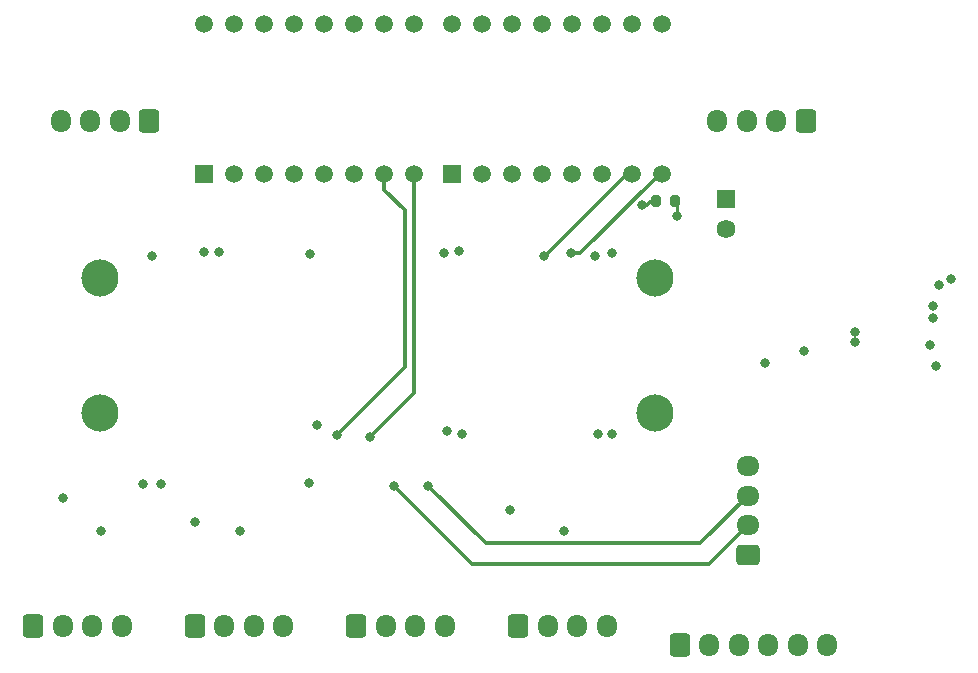
<source format=gbr>
%TF.GenerationSoftware,KiCad,Pcbnew,7.0.8*%
%TF.CreationDate,2024-06-04T12:59:23+12:00*%
%TF.ProjectId,FYP_P2_1,4659505f-5032-45f3-912e-6b696361645f,rev?*%
%TF.SameCoordinates,Original*%
%TF.FileFunction,Copper,L4,Bot*%
%TF.FilePolarity,Positive*%
%FSLAX46Y46*%
G04 Gerber Fmt 4.6, Leading zero omitted, Abs format (unit mm)*
G04 Created by KiCad (PCBNEW 7.0.8) date 2024-06-04 12:59:23*
%MOMM*%
%LPD*%
G01*
G04 APERTURE LIST*
G04 Aperture macros list*
%AMRoundRect*
0 Rectangle with rounded corners*
0 $1 Rounding radius*
0 $2 $3 $4 $5 $6 $7 $8 $9 X,Y pos of 4 corners*
0 Add a 4 corners polygon primitive as box body*
4,1,4,$2,$3,$4,$5,$6,$7,$8,$9,$2,$3,0*
0 Add four circle primitives for the rounded corners*
1,1,$1+$1,$2,$3*
1,1,$1+$1,$4,$5*
1,1,$1+$1,$6,$7*
1,1,$1+$1,$8,$9*
0 Add four rect primitives between the rounded corners*
20,1,$1+$1,$2,$3,$4,$5,0*
20,1,$1+$1,$4,$5,$6,$7,0*
20,1,$1+$1,$6,$7,$8,$9,0*
20,1,$1+$1,$8,$9,$2,$3,0*%
G04 Aperture macros list end*
%TA.AperFunction,ComponentPad*%
%ADD10RoundRect,0.250000X-0.600000X-0.725000X0.600000X-0.725000X0.600000X0.725000X-0.600000X0.725000X0*%
%TD*%
%TA.AperFunction,ComponentPad*%
%ADD11O,1.700000X1.950000*%
%TD*%
%TA.AperFunction,ComponentPad*%
%ADD12C,3.150000*%
%TD*%
%TA.AperFunction,ComponentPad*%
%ADD13R,1.590000X1.590000*%
%TD*%
%TA.AperFunction,ComponentPad*%
%ADD14C,1.590000*%
%TD*%
%TA.AperFunction,ComponentPad*%
%ADD15R,1.508000X1.508000*%
%TD*%
%TA.AperFunction,ComponentPad*%
%ADD16C,1.508000*%
%TD*%
%TA.AperFunction,ComponentPad*%
%ADD17RoundRect,0.250000X0.725000X-0.600000X0.725000X0.600000X-0.725000X0.600000X-0.725000X-0.600000X0*%
%TD*%
%TA.AperFunction,ComponentPad*%
%ADD18O,1.950000X1.700000*%
%TD*%
%TA.AperFunction,ComponentPad*%
%ADD19RoundRect,0.250000X0.600000X0.725000X-0.600000X0.725000X-0.600000X-0.725000X0.600000X-0.725000X0*%
%TD*%
%TA.AperFunction,SMDPad,CuDef*%
%ADD20RoundRect,0.200000X-0.200000X-0.275000X0.200000X-0.275000X0.200000X0.275000X-0.200000X0.275000X0*%
%TD*%
%TA.AperFunction,ViaPad*%
%ADD21C,0.800000*%
%TD*%
%TA.AperFunction,Conductor*%
%ADD22C,0.300000*%
%TD*%
%TA.AperFunction,Conductor*%
%ADD23C,0.250000*%
%TD*%
G04 APERTURE END LIST*
D10*
%TO.P,J6,1,Pin_1*%
%TO.N,+3V3*%
X121980000Y-105552000D03*
D11*
%TO.P,J6,2,Pin_2*%
%TO.N,SDA*%
X124480000Y-105552000D03*
%TO.P,J6,3,Pin_3*%
%TO.N,SCL*%
X126980000Y-105552000D03*
%TO.P,J6,4,Pin_4*%
%TO.N,GND*%
X129480000Y-105552000D03*
%TD*%
D10*
%TO.P,J2,1,Pin_1*%
%TO.N,+5V*%
X163012500Y-105570000D03*
D11*
%TO.P,J2,2,Pin_2*%
%TO.N,ENCODER_1A*%
X165512500Y-105570000D03*
%TO.P,J2,3,Pin_3*%
%TO.N,ENCODER_1B*%
X168012500Y-105570000D03*
%TO.P,J2,4,Pin_4*%
%TO.N,GND*%
X170512500Y-105570000D03*
%TD*%
D10*
%TO.P,J1,1,Pin_1*%
%TO.N,+3V3*%
X149335000Y-105516000D03*
D11*
%TO.P,J1,2,Pin_2*%
%TO.N,ENCODER_2A*%
X151835000Y-105516000D03*
%TO.P,J1,3,Pin_3*%
%TO.N,ENCODER_2B*%
X154335000Y-105516000D03*
%TO.P,J1,4,Pin_4*%
%TO.N,GND*%
X156835000Y-105516000D03*
%TD*%
D12*
%TO.P,U1,MH1*%
%TO.N,N/C*%
X127600000Y-87488000D03*
%TO.P,U1,MH2*%
X127600000Y-76088000D03*
%TO.P,U1,MH3*%
X174600000Y-87488000D03*
%TO.P,U1,MH4*%
X174600000Y-76088000D03*
%TD*%
D13*
%TO.P,J9,1,Pin_1*%
%TO.N,GND*%
X180605001Y-69348350D03*
D14*
%TO.P,J9,2,Pin_2*%
%TO.N,+12V*%
X180605001Y-71888350D03*
%TD*%
D10*
%TO.P,J8,1,Pin_1*%
%TO.N,+5V*%
X176690000Y-107188000D03*
D11*
%TO.P,J8,2,Pin_2*%
%TO.N,BATT_SENSE_LV*%
X179190000Y-107188000D03*
%TO.P,J8,3,Pin_3*%
%TO.N,BATT_SENSE_HV*%
X181690000Y-107188000D03*
%TO.P,J8,4,Pin_4*%
%TO.N,+3V3*%
X184190000Y-107188000D03*
%TO.P,J8,5,Pin_5*%
%TO.N,5V_EN*%
X186690000Y-107188000D03*
%TO.P,J8,6,Pin_6*%
%TO.N,GND*%
X189190000Y-107188000D03*
%TD*%
D15*
%TO.P,TMC1,1,EN*%
%TO.N,ENA*%
X136444666Y-67310000D03*
D16*
%TO.P,TMC1,2,MS1*%
%TO.N,MS1A*%
X138984666Y-67310000D03*
%TO.P,TMC1,3,MS2*%
%TO.N,MS1B*%
X141524666Y-67310000D03*
%TO.P,TMC1,4,PDN*%
%TO.N,unconnected-(TMC1-PDN-Pad4)*%
X144064666Y-67310000D03*
%TO.P,TMC1,5,USART*%
%TO.N,UART_PDN*%
X146604666Y-67310000D03*
%TO.P,TMC1,6,CLK*%
%TO.N,GND*%
X149144666Y-67310000D03*
%TO.P,TMC1,7,STP*%
%TO.N,STEPA*%
X151684666Y-67310000D03*
%TO.P,TMC1,8,DIR*%
%TO.N,DIRA*%
X154224666Y-67310000D03*
%TO.P,TMC1,9,VM*%
%TO.N,+12V*%
X136444666Y-54610000D03*
%TO.P,TMC1,10,GND*%
%TO.N,GND*%
X138984666Y-54610000D03*
%TO.P,TMC1,11,A2*%
%TO.N,/Motor1A2*%
X141524666Y-54610000D03*
%TO.P,TMC1,12,A1*%
%TO.N,/Motor1A1*%
X144064666Y-54610000D03*
%TO.P,TMC1,13,B2*%
%TO.N,/Motor1B2*%
X146604666Y-54610000D03*
%TO.P,TMC1,14,B1*%
%TO.N,/Motor1B1*%
X149144666Y-54610000D03*
%TO.P,TMC1,15,VCC_IO*%
%TO.N,+3V3*%
X151684666Y-54610000D03*
%TO.P,TMC1,16,GND*%
%TO.N,GND*%
X154224666Y-54610000D03*
%TD*%
D17*
%TO.P,J10,1,Pin_1*%
%TO.N,+3V3*%
X182478000Y-99500000D03*
D18*
%TO.P,J10,2,Pin_2*%
%TO.N,TX1*%
X182478000Y-97000000D03*
%TO.P,J10,3,Pin_3*%
%TO.N,RX1*%
X182478000Y-94500000D03*
%TO.P,J10,4,Pin_4*%
%TO.N,GND*%
X182478000Y-92000000D03*
%TD*%
D19*
%TO.P,J4,1,Pin_1*%
%TO.N,/Motor1B1*%
X131786000Y-62790000D03*
D11*
%TO.P,J4,2,Pin_2*%
%TO.N,/Motor1B2*%
X129286000Y-62790000D03*
%TO.P,J4,3,Pin_3*%
%TO.N,/Motor1A1*%
X126786000Y-62790000D03*
%TO.P,J4,4,Pin_4*%
%TO.N,/Motor1A2*%
X124286000Y-62790000D03*
%TD*%
D19*
%TO.P,J3,1,Pin_1*%
%TO.N,/Motor2B1*%
X187392000Y-62790000D03*
D11*
%TO.P,J3,2,Pin_2*%
%TO.N,/Motor2B2*%
X184892000Y-62790000D03*
%TO.P,J3,3,Pin_3*%
%TO.N,/Motor2A1*%
X182392000Y-62790000D03*
%TO.P,J3,4,Pin_4*%
%TO.N,/Motor2A2*%
X179892000Y-62790000D03*
%TD*%
D10*
%TO.P,J5,1,Pin_1*%
%TO.N,+3V3*%
X135657500Y-105534000D03*
D11*
%TO.P,J5,2,Pin_2*%
%TO.N,SDA_PI*%
X138157500Y-105534000D03*
%TO.P,J5,3,Pin_3*%
%TO.N,SCL_PI*%
X140657500Y-105534000D03*
%TO.P,J5,4,Pin_4*%
%TO.N,GND*%
X143157500Y-105534000D03*
%TD*%
D16*
%TO.P,TMC2,16,GND*%
%TO.N,GND*%
X175233332Y-54610000D03*
%TO.P,TMC2,15,VCC_IO*%
%TO.N,+3V3*%
X172693332Y-54610000D03*
%TO.P,TMC2,14,B1*%
%TO.N,/Motor2B1*%
X170153332Y-54610000D03*
%TO.P,TMC2,13,B2*%
%TO.N,/Motor2B2*%
X167613332Y-54610000D03*
%TO.P,TMC2,12,A1*%
%TO.N,/Motor2A1*%
X165073332Y-54610000D03*
%TO.P,TMC2,11,A2*%
%TO.N,/Motor2A2*%
X162533332Y-54610000D03*
%TO.P,TMC2,10,GND*%
%TO.N,GND*%
X159993332Y-54610000D03*
%TO.P,TMC2,9,VM*%
%TO.N,+12V*%
X157453332Y-54610000D03*
%TO.P,TMC2,8,DIR*%
%TO.N,DIRB*%
X175233332Y-67310000D03*
%TO.P,TMC2,7,STP*%
%TO.N,STEPB*%
X172693332Y-67310000D03*
%TO.P,TMC2,6,CLK*%
%TO.N,GND*%
X170153332Y-67310000D03*
%TO.P,TMC2,5,USART*%
%TO.N,UART_PDN*%
X167613332Y-67310000D03*
%TO.P,TMC2,4,PDN*%
%TO.N,unconnected-(TMC2-PDN-Pad4)*%
X165073332Y-67310000D03*
%TO.P,TMC2,3,MS2*%
%TO.N,MS2B*%
X162533332Y-67310000D03*
%TO.P,TMC2,2,MS1*%
%TO.N,MS2A*%
X159993332Y-67310000D03*
D15*
%TO.P,TMC2,1,EN*%
%TO.N,ENB*%
X157453332Y-67310000D03*
%TD*%
D20*
%TO.P,R7,1*%
%TO.N,UART_PDN*%
X174689000Y-69596000D03*
%TO.P,R7,2*%
%TO.N,Net-(U1-GPIO16)*%
X176339000Y-69596000D03*
%TD*%
D21*
%TO.N,+3V3*%
X198120000Y-79502000D03*
X162306000Y-95758000D03*
X166878000Y-97536000D03*
X135636000Y-96774000D03*
X137668000Y-73914000D03*
X127726720Y-97512083D03*
X136398000Y-73914000D03*
X198120000Y-78486000D03*
X124460000Y-94742000D03*
X139446000Y-97536000D03*
%TO.N,STEPA*%
X147700000Y-89350000D03*
%TO.N,UART_PDN*%
X173482000Y-69907332D03*
%TO.N,Net-(U1-GPIO16)*%
X176462000Y-70866000D03*
%TO.N,GND*%
X199644000Y-76200000D03*
X156750000Y-74000000D03*
X169750000Y-89250000D03*
X171000000Y-74000000D03*
X198374000Y-83566000D03*
X131250000Y-93500000D03*
X158000000Y-73750000D03*
X145415001Y-74041001D03*
X146000000Y-88500000D03*
X187198000Y-82296000D03*
X198628000Y-76708000D03*
X191516000Y-81534000D03*
X171000000Y-89250000D03*
X158250000Y-89250000D03*
X191516000Y-80638500D03*
X169500000Y-74250000D03*
X183896000Y-83312000D03*
X132050000Y-74200000D03*
X157000000Y-89000000D03*
X132750000Y-93500000D03*
X145288000Y-93472000D03*
%TO.N,DIRA*%
X150500000Y-89500000D03*
%TO.N,STEPB*%
X165250000Y-74250000D03*
%TO.N,DIRB*%
X167500000Y-74000000D03*
%TO.N,+5V*%
X197866000Y-81788000D03*
%TO.N,TX1*%
X152500000Y-93700000D03*
%TO.N,RX1*%
X155400000Y-93650000D03*
%TD*%
D22*
%TO.N,STEPA*%
X153416000Y-70358000D02*
X151684666Y-68626666D01*
X151684666Y-68626666D02*
X151684666Y-67660000D01*
X147700000Y-89350000D02*
X153416000Y-83634000D01*
X153416000Y-83634000D02*
X153416000Y-70358000D01*
D23*
%TO.N,UART_PDN*%
X173482000Y-69907332D02*
X173869668Y-69907332D01*
X173869668Y-69907332D02*
X174181000Y-69596000D01*
%TO.N,Net-(U1-GPIO16)*%
X176462000Y-70866000D02*
X176462000Y-69719000D01*
X176462000Y-69719000D02*
X176339000Y-69596000D01*
D22*
%TO.N,DIRA*%
X150500000Y-89500000D02*
X154224666Y-85775334D01*
X154224666Y-85775334D02*
X154224666Y-67660000D01*
%TO.N,STEPB*%
X165272000Y-74250000D02*
X172212000Y-67310000D01*
X172212000Y-67310000D02*
X172693332Y-67310000D01*
X165250000Y-74250000D02*
X165272000Y-74250000D01*
%TO.N,DIRB*%
X174597961Y-67660000D02*
X175233332Y-67660000D01*
X167500000Y-74000000D02*
X168257961Y-74000000D01*
X168257961Y-74000000D02*
X174597961Y-67660000D01*
%TO.N,TX1*%
X179148000Y-100330000D02*
X159130000Y-100330000D01*
X182478000Y-97000000D02*
X179148000Y-100330000D01*
X159130000Y-100330000D02*
X152500000Y-93700000D01*
%TO.N,RX1*%
X160302000Y-98552000D02*
X155400000Y-93650000D01*
X178426000Y-98552000D02*
X160302000Y-98552000D01*
X182478000Y-94500000D02*
X178426000Y-98552000D01*
%TD*%
M02*

</source>
